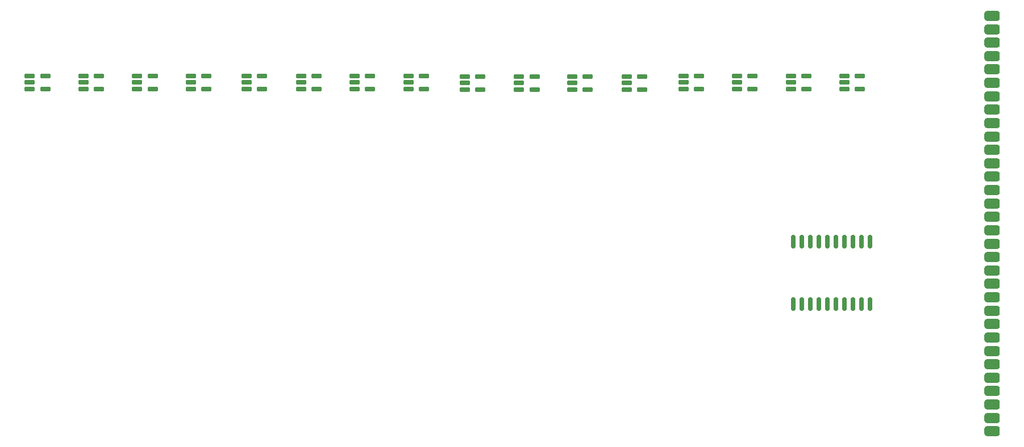
<source format=gbr>
%TF.GenerationSoftware,KiCad,Pcbnew,8.0.3-1.fc40*%
%TF.CreationDate,2024-07-04T16:01:23-04:00*%
%TF.ProjectId,boards_v3,626f6172-6473-45f7-9633-2e6b69636164,rev?*%
%TF.SameCoordinates,Original*%
%TF.FileFunction,Paste,Top*%
%TF.FilePolarity,Positive*%
%FSLAX46Y46*%
G04 Gerber Fmt 4.6, Leading zero omitted, Abs format (unit mm)*
G04 Created by KiCad (PCBNEW 8.0.3-1.fc40) date 2024-07-04 16:01:23*
%MOMM*%
%LPD*%
G01*
G04 APERTURE LIST*
G04 Aperture macros list*
%AMRoundRect*
0 Rectangle with rounded corners*
0 $1 Rounding radius*
0 $2 $3 $4 $5 $6 $7 $8 $9 X,Y pos of 4 corners*
0 Add a 4 corners polygon primitive as box body*
4,1,4,$2,$3,$4,$5,$6,$7,$8,$9,$2,$3,0*
0 Add four circle primitives for the rounded corners*
1,1,$1+$1,$2,$3*
1,1,$1+$1,$4,$5*
1,1,$1+$1,$6,$7*
1,1,$1+$1,$8,$9*
0 Add four rect primitives between the rounded corners*
20,1,$1+$1,$2,$3,$4,$5,0*
20,1,$1+$1,$4,$5,$6,$7,0*
20,1,$1+$1,$6,$7,$8,$9,0*
20,1,$1+$1,$8,$9,$2,$3,0*%
G04 Aperture macros list end*
%ADD10RoundRect,0.150000X-0.650000X-0.150000X0.650000X-0.150000X0.650000X0.150000X-0.650000X0.150000X0*%
%ADD11RoundRect,0.381000X0.762000X0.381000X-0.762000X0.381000X-0.762000X-0.381000X0.762000X-0.381000X0*%
%ADD12RoundRect,0.150000X-0.150000X0.875000X-0.150000X-0.875000X0.150000X-0.875000X0.150000X0.875000X0*%
G04 APERTURE END LIST*
D10*
%TO.C,U13*%
X99200000Y-35700000D03*
X99200000Y-37600000D03*
X96900000Y-37600000D03*
X96900000Y-36650000D03*
X96900000Y-35700000D03*
%TD*%
%TO.C,U12*%
X107300000Y-35700000D03*
X107300000Y-37600000D03*
X105000000Y-37600000D03*
X105000000Y-36650000D03*
X105000000Y-35700000D03*
%TD*%
%TO.C,U11*%
X115300000Y-35700000D03*
X115300000Y-37600000D03*
X113000000Y-37600000D03*
X113000000Y-36650000D03*
X113000000Y-35700000D03*
%TD*%
%TO.C,U10*%
X123300000Y-35700000D03*
X123300000Y-37600000D03*
X121000000Y-37600000D03*
X121000000Y-36650000D03*
X121000000Y-35700000D03*
%TD*%
%TO.C,U9*%
X131750000Y-35780000D03*
X131750000Y-37680000D03*
X129450000Y-37680000D03*
X129450000Y-36730000D03*
X129450000Y-35780000D03*
%TD*%
%TO.C,U8*%
X139800000Y-35780000D03*
X139800000Y-37680000D03*
X137500000Y-37680000D03*
X137500000Y-36730000D03*
X137500000Y-35780000D03*
%TD*%
%TO.C,U7*%
X147750000Y-35780000D03*
X147750000Y-37680000D03*
X145450000Y-37680000D03*
X145450000Y-36730000D03*
X145450000Y-35780000D03*
%TD*%
%TO.C,U6*%
X155850000Y-35780000D03*
X155850000Y-37680000D03*
X153550000Y-37680000D03*
X153550000Y-36730000D03*
X153550000Y-35780000D03*
%TD*%
D11*
%TO.C,J5*%
X208000000Y-88700000D03*
X208000000Y-86700001D03*
X208000000Y-84700000D03*
X208000000Y-82699999D03*
X208000000Y-80700000D03*
X208000000Y-78700000D03*
X208000000Y-76700000D03*
X208000000Y-74700000D03*
X208000000Y-72700001D03*
X208000000Y-70700000D03*
X208000000Y-68699999D03*
X208000000Y-66700000D03*
X208000000Y-64700000D03*
X208000000Y-62700000D03*
X208000000Y-60700000D03*
X208000000Y-58700000D03*
X208000000Y-56700000D03*
X208000000Y-54700001D03*
X208000000Y-52700000D03*
X208000000Y-50699999D03*
X208000000Y-48700000D03*
X208000000Y-46700000D03*
X208000000Y-44700000D03*
X208000000Y-42700000D03*
X208000000Y-40700001D03*
X208000000Y-38700000D03*
X208000000Y-36699999D03*
X208000000Y-34700000D03*
X208000000Y-32700000D03*
X208000000Y-30700000D03*
X208000000Y-28700000D03*
X208000000Y-26700000D03*
%TD*%
D12*
%TO.C,U18*%
X189750000Y-69700000D03*
X188480000Y-69700000D03*
X187210000Y-69700001D03*
X185940000Y-69700000D03*
X184670000Y-69700000D03*
X183400000Y-69700000D03*
X182130000Y-69700000D03*
X180860000Y-69700001D03*
X179590000Y-69700000D03*
X178320000Y-69700000D03*
X178320000Y-60400000D03*
X179590000Y-60400000D03*
X180860000Y-60399999D03*
X182130000Y-60400000D03*
X183400000Y-60400000D03*
X184670000Y-60400000D03*
X185940000Y-60400000D03*
X187210000Y-60399999D03*
X188480000Y-60400000D03*
X189750000Y-60400000D03*
%TD*%
D10*
%TO.C,U16*%
X72600000Y-35700000D03*
X72600000Y-36650000D03*
X72600000Y-37600000D03*
X74900000Y-37600000D03*
X74900000Y-35700000D03*
%TD*%
%TO.C,U17*%
X64600000Y-35700000D03*
X64600000Y-36650000D03*
X64600000Y-37600000D03*
X66900000Y-37600000D03*
X66900000Y-35700000D03*
%TD*%
%TO.C,U14*%
X88600000Y-35700000D03*
X88600000Y-36650000D03*
X88600000Y-37600000D03*
X90900000Y-37600000D03*
X90900000Y-35700000D03*
%TD*%
%TO.C,U15*%
X80600000Y-35700000D03*
X80600000Y-36650000D03*
X80600000Y-37600000D03*
X82900000Y-37600000D03*
X82900000Y-35700000D03*
%TD*%
%TO.C,U4*%
X169980000Y-35700000D03*
X169980000Y-36650000D03*
X169980000Y-37600000D03*
X172280000Y-37600000D03*
X172280000Y-35700000D03*
%TD*%
%TO.C,U2*%
X185980000Y-35700000D03*
X185980000Y-36650000D03*
X185980000Y-37600000D03*
X188280000Y-37600000D03*
X188280000Y-35700000D03*
%TD*%
%TO.C,U5*%
X161980000Y-35700000D03*
X161980000Y-36650000D03*
X161980000Y-37600000D03*
X164280000Y-37600000D03*
X164280000Y-35700000D03*
%TD*%
%TO.C,U3*%
X177980000Y-35700000D03*
X177980000Y-36650000D03*
X177980000Y-37600000D03*
X180280000Y-37600000D03*
X180280000Y-35700000D03*
%TD*%
M02*

</source>
